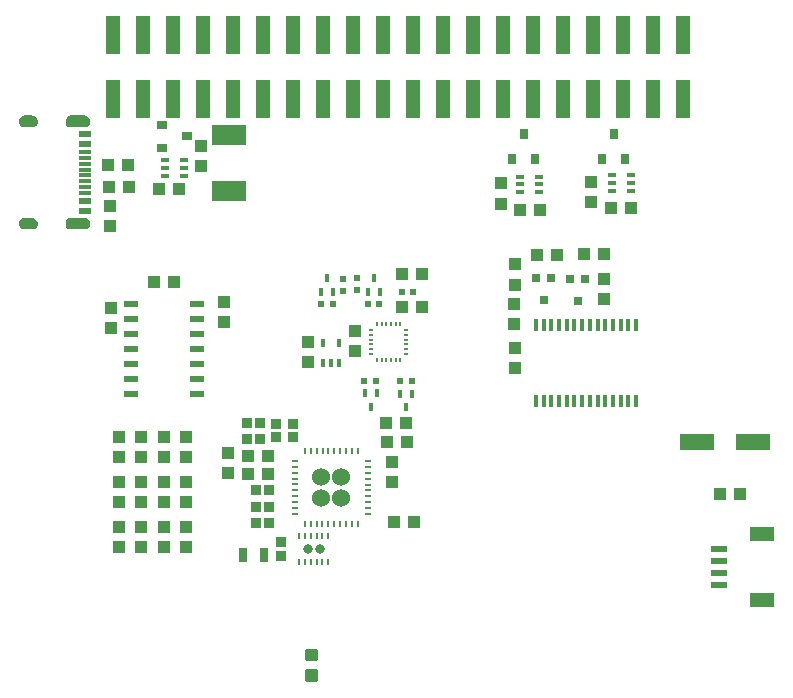
<source format=gtp>
G04 EAGLE Gerber RS-274X export*
G75*
%MOMM*%
%FSLAX34Y34*%
%LPD*%
%INSolderpaste Top*%
%IPPOS*%
%AMOC8*
5,1,8,0,0,1.08239X$1,22.5*%
G01*
%ADD10R,1.000000X1.100000*%
%ADD11R,1.100000X1.000000*%
%ADD12R,0.300000X1.000000*%
%ADD13R,3.000000X1.400000*%
%ADD14R,2.000000X1.200000*%
%ADD15R,1.350000X0.600000*%
%ADD16R,1.000000X0.300000*%
%ADD17R,1.000000X0.600000*%
%ADD18R,2.895600X1.676400*%
%ADD19R,0.700000X0.700000*%
%ADD20R,0.800000X0.900000*%
%ADD21R,0.800000X0.400000*%
%ADD22R,0.900000X0.800000*%
%ADD23R,0.900000X0.850000*%
%ADD24R,0.850000X0.900000*%
%ADD25C,0.800000*%
%ADD26R,0.250000X0.562500*%
%ADD27R,0.800000X1.200000*%
%ADD28C,0.300000*%
%ADD29C,1.524000*%
%ADD30R,0.228600X0.546100*%
%ADD31R,0.546100X0.228600*%
%ADD32R,0.450000X0.250000*%
%ADD33R,0.250000X0.450000*%
%ADD34R,0.400000X0.750000*%
%ADD35R,0.330200X0.685800*%
%ADD36R,0.460000X0.650000*%
%ADD37R,0.600000X0.600000*%
%ADD38R,1.200000X0.600000*%
%ADD39R,1.270000X3.175000*%

G36*
X60305Y387364D02*
X60305Y387364D01*
X60308Y387361D01*
X61403Y387541D01*
X61409Y387547D01*
X61414Y387544D01*
X62442Y387963D01*
X62446Y387970D01*
X62451Y387968D01*
X63360Y388606D01*
X63363Y388613D01*
X63368Y388613D01*
X64112Y389436D01*
X64113Y389444D01*
X64119Y389445D01*
X64661Y390413D01*
X64660Y390422D01*
X64666Y390424D01*
X64979Y391488D01*
X64976Y391496D01*
X64981Y391499D01*
X65049Y392607D01*
X65045Y392614D01*
X65049Y392617D01*
X64879Y393725D01*
X64873Y393731D01*
X64876Y393736D01*
X64464Y394778D01*
X64457Y394782D01*
X64459Y394787D01*
X63825Y395712D01*
X63817Y395714D01*
X63818Y395720D01*
X62995Y396480D01*
X62986Y396481D01*
X62986Y396487D01*
X62014Y397044D01*
X62006Y397043D01*
X62004Y397049D01*
X60932Y397376D01*
X60924Y397373D01*
X60921Y397378D01*
X59804Y397459D01*
X59801Y397458D01*
X59800Y397459D01*
X47800Y397459D01*
X47797Y397457D01*
X47790Y397457D01*
X47789Y397458D01*
X46845Y397239D01*
X46839Y397233D01*
X46834Y397235D01*
X45962Y396812D01*
X45959Y396804D01*
X45953Y396806D01*
X45197Y396199D01*
X45195Y396191D01*
X45189Y396191D01*
X44588Y395431D01*
X44588Y395422D01*
X44582Y395421D01*
X44164Y394546D01*
X44166Y394538D01*
X44161Y394536D01*
X43949Y393590D01*
X43952Y393583D01*
X43947Y393579D01*
X43951Y392610D01*
X43951Y392609D01*
X43970Y391541D01*
X43975Y391534D01*
X43971Y391530D01*
X44227Y390493D01*
X44234Y390488D01*
X44231Y390482D01*
X44712Y389528D01*
X44719Y389525D01*
X44718Y389519D01*
X45399Y388696D01*
X45407Y388694D01*
X45407Y388688D01*
X46254Y388037D01*
X46262Y388037D01*
X46263Y388031D01*
X47234Y387584D01*
X47242Y387586D01*
X47244Y387581D01*
X48290Y387362D01*
X48297Y387365D01*
X48300Y387361D01*
X60300Y387361D01*
X60305Y387364D01*
G37*
G36*
X60305Y473765D02*
X60305Y473765D01*
X60308Y473761D01*
X61414Y473954D01*
X61419Y473959D01*
X61419Y473960D01*
X61424Y473957D01*
X62459Y474390D01*
X62463Y474397D01*
X62468Y474395D01*
X63381Y475048D01*
X63383Y475056D01*
X63389Y475055D01*
X64133Y475894D01*
X64134Y475903D01*
X64139Y475903D01*
X64678Y476887D01*
X64677Y476895D01*
X64678Y476896D01*
X64682Y476897D01*
X64683Y476899D01*
X64865Y477540D01*
X64989Y477976D01*
X64987Y477981D01*
X64989Y477983D01*
X64987Y477985D01*
X64991Y477987D01*
X65049Y479107D01*
X65046Y479112D01*
X65049Y479116D01*
X64931Y480161D01*
X64925Y480167D01*
X64929Y480172D01*
X64581Y481166D01*
X64574Y481170D01*
X64576Y481175D01*
X64016Y482067D01*
X64009Y482070D01*
X64009Y482075D01*
X63265Y482819D01*
X63257Y482821D01*
X63257Y482826D01*
X62365Y483386D01*
X62357Y483386D01*
X62356Y483391D01*
X61362Y483739D01*
X61354Y483736D01*
X61351Y483741D01*
X60306Y483859D01*
X60302Y483857D01*
X60300Y483859D01*
X48300Y483859D01*
X48297Y483857D01*
X48294Y483857D01*
X48292Y483859D01*
X47296Y483701D01*
X47290Y483695D01*
X47285Y483698D01*
X46349Y483323D01*
X46345Y483316D01*
X46339Y483318D01*
X45510Y482744D01*
X45507Y482736D01*
X45502Y482737D01*
X44821Y481993D01*
X44820Y481984D01*
X44814Y481984D01*
X44316Y481107D01*
X44317Y481099D01*
X44312Y481096D01*
X44124Y480472D01*
X44021Y480131D01*
X44022Y480128D01*
X44021Y480127D01*
X44024Y480123D01*
X44019Y480120D01*
X43951Y479113D01*
X43952Y479111D01*
X43951Y479110D01*
X43960Y478029D01*
X43965Y478022D01*
X43961Y478018D01*
X44211Y476966D01*
X44217Y476961D01*
X44214Y476956D01*
X44691Y475986D01*
X44699Y475983D01*
X44697Y475977D01*
X45378Y475138D01*
X45386Y475136D01*
X45386Y475130D01*
X46237Y474464D01*
X46245Y474463D01*
X46246Y474458D01*
X47223Y473997D01*
X47231Y473999D01*
X47234Y473994D01*
X48289Y473762D01*
X48297Y473765D01*
X48300Y473761D01*
X60300Y473761D01*
X60305Y473765D01*
G37*
G36*
X15504Y387364D02*
X15504Y387364D01*
X15506Y387361D01*
X16639Y387511D01*
X16645Y387517D01*
X16650Y387514D01*
X17720Y387912D01*
X17724Y387919D01*
X17730Y387917D01*
X18685Y388544D01*
X18688Y388552D01*
X18693Y388551D01*
X19485Y389374D01*
X19486Y389382D01*
X19492Y389383D01*
X20081Y390362D01*
X20080Y390370D01*
X20085Y390372D01*
X20441Y391457D01*
X20439Y391465D01*
X20443Y391468D01*
X20549Y392605D01*
X20544Y392614D01*
X20548Y392619D01*
X20341Y393756D01*
X20335Y393762D01*
X20338Y393767D01*
X19883Y394829D01*
X19876Y394833D01*
X19878Y394839D01*
X19198Y395774D01*
X19190Y395776D01*
X19191Y395782D01*
X18320Y396542D01*
X18312Y396542D01*
X18311Y396548D01*
X17292Y397095D01*
X17284Y397094D01*
X17282Y397099D01*
X16168Y397406D01*
X16160Y397403D01*
X16157Y397408D01*
X15002Y397459D01*
X15001Y397458D01*
X15000Y397459D01*
X9000Y397459D01*
X8997Y397457D01*
X8992Y397457D01*
X8991Y397458D01*
X7910Y397246D01*
X7905Y397240D01*
X7900Y397243D01*
X6894Y396796D01*
X6890Y396789D01*
X6884Y396791D01*
X6003Y396131D01*
X6000Y396123D01*
X5995Y396123D01*
X5282Y395284D01*
X5282Y395276D01*
X5276Y395275D01*
X4768Y394298D01*
X4769Y394290D01*
X4764Y394288D01*
X4486Y393223D01*
X4489Y393215D01*
X4485Y393212D01*
X4451Y392112D01*
X4455Y392106D01*
X4451Y392103D01*
X4606Y391028D01*
X4612Y391022D01*
X4609Y391017D01*
X4999Y390003D01*
X5006Y389999D01*
X5005Y389993D01*
X5611Y389091D01*
X5619Y389089D01*
X5618Y389083D01*
X6410Y388339D01*
X6418Y388338D01*
X6418Y388332D01*
X7356Y387783D01*
X7364Y387784D01*
X7366Y387778D01*
X8402Y387451D01*
X8410Y387454D01*
X8413Y387449D01*
X9496Y387361D01*
X9499Y387363D01*
X9500Y387361D01*
X15500Y387361D01*
X15504Y387364D01*
G37*
G36*
X15503Y473763D02*
X15503Y473763D01*
X15505Y473761D01*
X16597Y473862D01*
X16603Y473867D01*
X16608Y473864D01*
X17651Y474205D01*
X17656Y474212D01*
X17661Y474210D01*
X18602Y474774D01*
X18605Y474782D01*
X18611Y474781D01*
X19403Y475541D01*
X19404Y475549D01*
X19410Y475550D01*
X20013Y476467D01*
X20012Y476475D01*
X20018Y476477D01*
X20401Y477505D01*
X20399Y477513D01*
X20404Y477516D01*
X20549Y478604D01*
X20545Y478611D01*
X20549Y478615D01*
X20443Y479752D01*
X20438Y479758D01*
X20441Y479763D01*
X20085Y480848D01*
X20078Y480853D01*
X20081Y480858D01*
X19492Y481837D01*
X19484Y481840D01*
X19485Y481846D01*
X18693Y482669D01*
X18685Y482670D01*
X18685Y482676D01*
X17730Y483303D01*
X17722Y483302D01*
X17720Y483308D01*
X16650Y483706D01*
X16642Y483704D01*
X16639Y483709D01*
X15506Y483859D01*
X15503Y483857D01*
X15502Y483857D01*
X15500Y483859D01*
X9500Y483859D01*
X9497Y483857D01*
X9495Y483857D01*
X9494Y483859D01*
X8361Y483709D01*
X8355Y483703D01*
X8350Y483706D01*
X7280Y483308D01*
X7276Y483301D01*
X7270Y483303D01*
X6315Y482676D01*
X6312Y482668D01*
X6307Y482669D01*
X5515Y481846D01*
X5514Y481838D01*
X5508Y481837D01*
X4919Y480858D01*
X4920Y480850D01*
X4915Y480848D01*
X4559Y479763D01*
X4562Y479755D01*
X4557Y479752D01*
X4451Y478615D01*
X4455Y478608D01*
X4451Y478604D01*
X4596Y477516D01*
X4602Y477510D01*
X4599Y477505D01*
X4983Y476477D01*
X4989Y476472D01*
X4988Y476467D01*
X5590Y475550D01*
X5598Y475547D01*
X5597Y475541D01*
X6389Y474781D01*
X6397Y474780D01*
X6398Y474774D01*
X7339Y474210D01*
X7347Y474211D01*
X7349Y474205D01*
X8392Y473864D01*
X8400Y473866D01*
X8403Y473862D01*
X9496Y473761D01*
X9498Y473763D01*
X9500Y473761D01*
X15500Y473761D01*
X15503Y473763D01*
G37*
D10*
X181762Y198314D03*
X181762Y181314D03*
X423926Y324425D03*
X423926Y307425D03*
X499643Y328279D03*
X499643Y345279D03*
D11*
X482914Y366217D03*
X499914Y366217D03*
X443366Y365506D03*
X460366Y365506D03*
D12*
X442350Y242200D03*
X448850Y242200D03*
X455350Y242200D03*
X461850Y242200D03*
X468350Y242200D03*
X474850Y242200D03*
X481350Y242200D03*
X487850Y242200D03*
X494350Y242200D03*
X500850Y242200D03*
X507350Y242200D03*
X513850Y242200D03*
X520350Y242200D03*
X526850Y242200D03*
X526850Y306200D03*
X520350Y306200D03*
X513850Y306200D03*
X507350Y306200D03*
X500850Y306200D03*
X494350Y306200D03*
X487850Y306200D03*
X481350Y306200D03*
X474850Y306200D03*
X468350Y306200D03*
X461850Y306200D03*
X455350Y306200D03*
X448850Y306200D03*
X442350Y306200D03*
D13*
X578285Y207213D03*
X626285Y207213D03*
D11*
X597798Y163754D03*
X614798Y163754D03*
D10*
X424637Y340725D03*
X424637Y357725D03*
X424409Y286960D03*
X424409Y269960D03*
D14*
X633650Y73600D03*
X633650Y129600D03*
D15*
X596900Y86600D03*
X596900Y96600D03*
X596900Y106600D03*
X596900Y116600D03*
D10*
X81280Y407356D03*
X81280Y390356D03*
D16*
X60100Y428110D03*
X60100Y433110D03*
D17*
X60100Y403360D03*
X60100Y411110D03*
D16*
X60100Y418110D03*
X60100Y423110D03*
X60100Y443110D03*
X60100Y438110D03*
D17*
X60100Y467860D03*
X60100Y460110D03*
D16*
X60100Y453110D03*
X60100Y448110D03*
D11*
X97349Y423037D03*
X80349Y423037D03*
X97146Y441808D03*
X80146Y441808D03*
D18*
X182448Y419786D03*
X182448Y467538D03*
D19*
X483944Y345648D03*
X470944Y345648D03*
X477444Y327148D03*
X455369Y345876D03*
X442369Y345876D03*
X448869Y327376D03*
D20*
X498500Y447200D03*
X517500Y447200D03*
X508000Y468200D03*
D21*
X506350Y433220D03*
X506350Y426720D03*
X506350Y420220D03*
X522350Y420220D03*
X522350Y426720D03*
X522350Y433220D03*
D11*
X523079Y405130D03*
X506079Y405130D03*
D10*
X488950Y410600D03*
X488950Y427600D03*
D20*
X422300Y447200D03*
X441300Y447200D03*
X431800Y468200D03*
D21*
X428880Y431950D03*
X428880Y425450D03*
X428880Y418950D03*
X444880Y418950D03*
X444880Y425450D03*
X444880Y431950D03*
D11*
X445380Y404190D03*
X428380Y404190D03*
D10*
X412750Y409330D03*
X412750Y426330D03*
D22*
X125484Y475666D03*
X125484Y456666D03*
X146484Y466166D03*
D21*
X128220Y445768D03*
X128220Y439268D03*
X128220Y432768D03*
X144220Y432768D03*
X144220Y439268D03*
X144220Y445768D03*
D11*
X140097Y421335D03*
X123097Y421335D03*
D10*
X159055Y458055D03*
X159055Y441055D03*
D23*
X222250Y211370D03*
X222250Y222970D03*
X226060Y111040D03*
X226060Y122640D03*
D24*
X209000Y209550D03*
X197400Y209550D03*
X216620Y166370D03*
X205020Y166370D03*
X216620Y138938D03*
X205020Y138938D03*
X209000Y223520D03*
X197400Y223520D03*
X216620Y152654D03*
X205020Y152654D03*
D23*
X236220Y211370D03*
X236220Y222970D03*
D11*
X215510Y180594D03*
X198510Y180594D03*
X215510Y195326D03*
X198510Y195326D03*
D10*
X319964Y173567D03*
X319964Y190567D03*
D25*
X259000Y116840D03*
X249000Y116840D03*
D26*
X256500Y127778D03*
X241500Y127778D03*
X246500Y127778D03*
X251500Y127778D03*
X266500Y127778D03*
X261500Y127778D03*
X241500Y105903D03*
X246500Y105903D03*
X251500Y105903D03*
X256500Y105903D03*
X266500Y105903D03*
X261500Y105903D03*
D27*
X212200Y111760D03*
X194200Y111760D03*
D28*
X248671Y13247D02*
X255671Y13247D01*
X255671Y6247D01*
X248671Y6247D01*
X248671Y13247D01*
X248671Y9097D02*
X255671Y9097D01*
X255671Y11947D02*
X248671Y11947D01*
X248671Y30787D02*
X255671Y30787D01*
X255671Y23787D01*
X248671Y23787D01*
X248671Y30787D01*
X248671Y26637D02*
X255671Y26637D01*
X255671Y29487D02*
X248671Y29487D01*
D29*
X277486Y177410D03*
X260486Y177410D03*
X260486Y160410D03*
X277486Y160410D03*
D30*
X246454Y138226D03*
X251454Y138226D03*
X256454Y138226D03*
X261454Y138226D03*
X266454Y138226D03*
X271454Y138226D03*
X276454Y138226D03*
X281454Y138226D03*
X286454Y138226D03*
X291454Y138226D03*
D31*
X299671Y146378D03*
X299671Y151378D03*
X299671Y156378D03*
X299671Y161378D03*
X299671Y166378D03*
X299671Y171378D03*
X299671Y176378D03*
X299671Y181378D03*
X299671Y186378D03*
X299671Y191378D03*
D30*
X291518Y199595D03*
X286518Y199595D03*
X281518Y199595D03*
X276518Y199595D03*
X271518Y199595D03*
X266518Y199595D03*
X261518Y199595D03*
X256518Y199595D03*
X251518Y199595D03*
X246518Y199595D03*
D31*
X238302Y191442D03*
X238302Y186442D03*
X238302Y181442D03*
X238302Y176442D03*
X238302Y171442D03*
X238302Y166442D03*
X238302Y161442D03*
X238302Y156442D03*
X238302Y151442D03*
X238302Y146442D03*
D32*
X332500Y286100D03*
X332500Y282100D03*
X332500Y290100D03*
X332500Y294100D03*
X332500Y298100D03*
X332500Y302100D03*
D33*
X327500Y307100D03*
X323500Y307100D03*
X319500Y307100D03*
X315500Y307100D03*
X311500Y307100D03*
X307500Y307100D03*
D32*
X302500Y302100D03*
X302500Y298100D03*
X302500Y290100D03*
X302500Y294100D03*
X302500Y286100D03*
X302500Y282100D03*
D33*
X307500Y277100D03*
X311500Y277100D03*
X315500Y277100D03*
X319500Y277100D03*
X323500Y277100D03*
X327500Y277100D03*
D11*
X328533Y349580D03*
X345533Y349580D03*
D10*
X288671Y301794D03*
X288671Y284794D03*
D11*
X328431Y321386D03*
X345431Y321386D03*
D34*
X262130Y291028D03*
X275130Y291028D03*
D35*
X261899Y274523D03*
X268630Y274523D03*
X275361Y274523D03*
D10*
X249428Y274862D03*
X249428Y291862D03*
D36*
X307260Y248490D03*
X297260Y248490D03*
X302260Y236990D03*
D37*
X297006Y258826D03*
X307006Y258826D03*
D36*
X337486Y248236D03*
X327486Y248236D03*
X332486Y236736D03*
D37*
X327232Y258826D03*
X337232Y258826D03*
D36*
X299800Y334440D03*
X309800Y334440D03*
X304800Y345940D03*
D37*
X309698Y323850D03*
X299698Y323850D03*
X290398Y345868D03*
X290398Y335868D03*
D36*
X260074Y334516D03*
X270074Y334516D03*
X265074Y346016D03*
D37*
X270074Y323926D03*
X260074Y323926D03*
X278536Y345665D03*
X278536Y335665D03*
D11*
X118500Y342900D03*
X135500Y342900D03*
D10*
X82855Y303793D03*
X82855Y320793D03*
D38*
X99000Y323850D03*
X99000Y311150D03*
X99000Y298450D03*
X99000Y285750D03*
X99000Y273050D03*
X99000Y260350D03*
X99000Y247650D03*
X155000Y247650D03*
X155000Y260350D03*
X155000Y273050D03*
X155000Y285750D03*
X155000Y298450D03*
X155000Y311150D03*
X155000Y323850D03*
D10*
X177800Y309000D03*
X177800Y326000D03*
X146050Y135500D03*
X146050Y118500D03*
X146050Y156600D03*
X146050Y173600D03*
X127000Y135500D03*
X127000Y118500D03*
X127000Y173600D03*
X127000Y156600D03*
X127000Y194700D03*
X127000Y211700D03*
X146050Y194700D03*
X146050Y211700D03*
X107950Y135500D03*
X107950Y118500D03*
X107950Y156600D03*
X107950Y173600D03*
X88900Y118500D03*
X88900Y135500D03*
X88900Y173600D03*
X88900Y156600D03*
X88900Y194700D03*
X88900Y211700D03*
X107950Y194700D03*
X107950Y211700D03*
D11*
X338700Y139700D03*
X321700Y139700D03*
X315579Y223190D03*
X332579Y223190D03*
X315731Y207493D03*
X332731Y207493D03*
D39*
X83720Y497555D03*
X83720Y552165D03*
X109120Y497555D03*
X109120Y552165D03*
X134520Y497555D03*
X134520Y552165D03*
X159920Y497555D03*
X159920Y552165D03*
X185320Y497555D03*
X185320Y552165D03*
X210720Y497555D03*
X210720Y552165D03*
X236120Y497555D03*
X236120Y552165D03*
X261520Y497555D03*
X261520Y552165D03*
X286920Y497555D03*
X286920Y552165D03*
X312320Y497555D03*
X312320Y552165D03*
X337720Y497555D03*
X337720Y552165D03*
X363120Y497555D03*
X363120Y552165D03*
X388520Y497555D03*
X388520Y552165D03*
X413920Y497555D03*
X413920Y552165D03*
X439320Y497555D03*
X439320Y552165D03*
X464720Y497555D03*
X464720Y552165D03*
X490120Y497555D03*
X490120Y552165D03*
X515520Y497555D03*
X515520Y552165D03*
X540920Y497555D03*
X540920Y552165D03*
X566320Y497555D03*
X566320Y552165D03*
D37*
X338502Y334518D03*
X328502Y334518D03*
M02*

</source>
